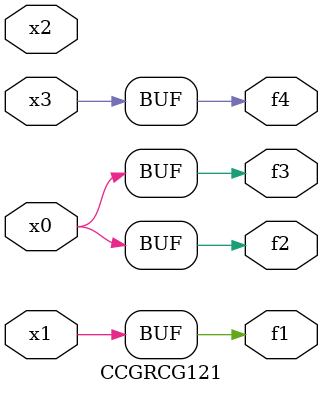
<source format=v>
module CCGRCG121(
	input x0, x1, x2, x3,
	output f1, f2, f3, f4
);
	assign f1 = x1;
	assign f2 = x0;
	assign f3 = x0;
	assign f4 = x3;
endmodule

</source>
